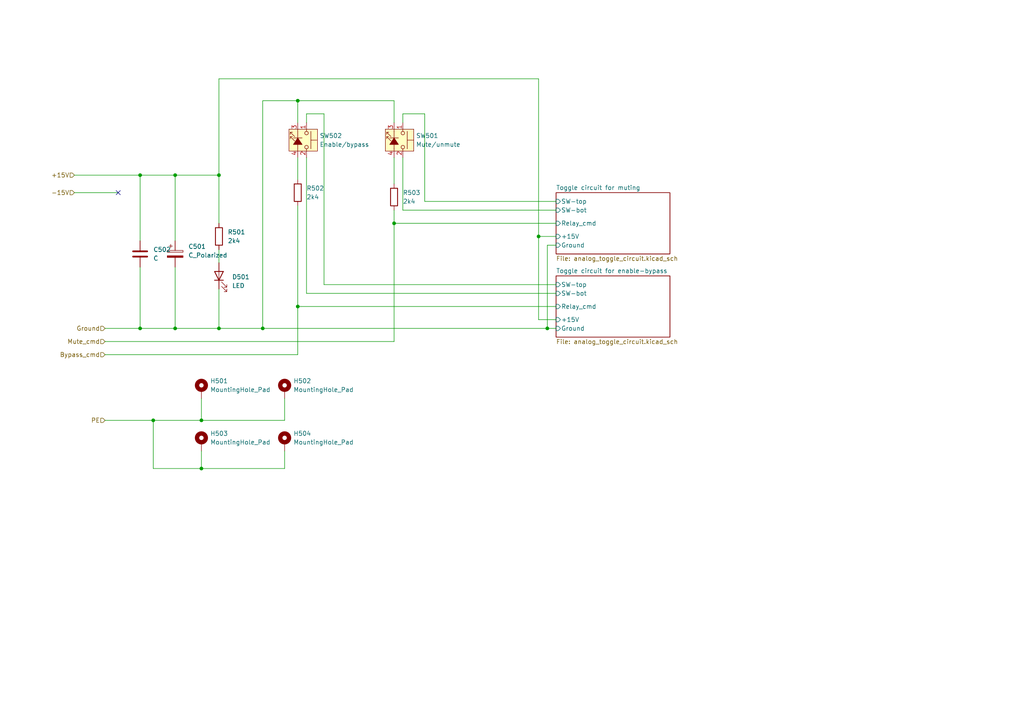
<source format=kicad_sch>
(kicad_sch (version 20231120) (generator "eeschema") (generator_version "8.0")
  (paper "A4")
  (lib_symbols
    (symbol "Device:C" (pin_numbers hide) (pin_names (offset 0.254))
      (property "Reference" "C" (at 0.635 2.54 0))
      (property "Value" "C" (at 0.635 -2.54 0))
      (symbol "C_0_1"
        (polyline (pts (xy -2.032 -0.762) (xy 2.032 -0.762)) (stroke (width 0.508)))
        (polyline (pts (xy -2.032 0.762) (xy 2.032 0.762)) (stroke (width 0.508)))
      )
      (symbol "C_1_1"
        (pin passive line (at 0 3.81 270) (length 2.794) (name "~") (number "1"))
        (pin passive line (at 0 -3.81 90) (length 2.794) (name "~") (number "2"))
      )
    )
    (symbol "Device:C_Polarized" (pin_numbers hide) (pin_names (offset 0.254))
      (property "Reference" "C" (at 0.635 2.54 0))
      (property "Value" "C_Polarized" (at 0.635 -2.54 0))
      (symbol "C_Polarized_0_1"
        (rectangle (start -2.286 0.508) (end 2.286 1.016))
        (polyline (pts (xy -1.778 2.286) (xy -0.762 2.286)))
        (polyline (pts (xy -1.27 2.794) (xy -1.27 1.778)))
        (rectangle (start 2.286 -0.508) (end -2.286 -1.016) (fill (type outline)))
      )
      (symbol "C_Polarized_1_1"
        (pin passive line (at 0 3.81 270) (length 2.794) (name "~") (number "1"))
        (pin passive line (at 0 -3.81 90) (length 2.794) (name "~") (number "2"))
      )
    )
    (symbol "Device:LED" (pin_numbers hide) (pin_names (offset 1.016) hide)
      (property "Reference" "D" (at 0 2.54 0))
      (property "Value" "LED" (at 0 -2.54 0))
      (symbol "LED_0_1"
        (polyline (pts (xy -1.27 -1.27) (xy -1.27 1.27)) (stroke (width 0.254)))
        (polyline (pts (xy -1.27 0) (xy 1.27 0)))
        (polyline (pts (xy 1.27 -1.27) (xy 1.27 1.27) (xy -1.27 0) (xy 1.27 -1.27)) (stroke (width 0.254)))
        (polyline (pts (xy -3.048 -0.762) (xy -4.572 -2.286) (xy -3.81 -2.286) (xy -4.572 -2.286) (xy -4.572 -1.524)))
        (polyline (pts (xy -1.778 -0.762) (xy -3.302 -2.286) (xy -2.54 -2.286) (xy -3.302 -2.286) (xy -3.302 -1.524)))
      )
      (symbol "LED_1_1"
        (pin passive line (at -3.81 0 0) (length 2.54) (name "K") (number "1"))
        (pin passive line (at 3.81 0 180) (length 2.54) (name "A") (number "2"))
      )
    )
    (symbol "Device:R" (pin_numbers hide) (pin_names (offset 0))
      (property "Reference" "R" (at 2.032 0 90))
      (property "Value" "R" (at 0 0 90))
      (symbol "R_0_1"
        (rectangle (start -1.016 -2.54) (end 1.016 2.54) (stroke (width 0.254)))
      )
      (symbol "R_1_1"
        (pin passive line (at 0 3.81 270) (length 1.27) (name "~") (number "1"))
        (pin passive line (at 0 -3.81 90) (length 1.27) (name "~") (number "2"))
      )
    )
    (symbol "Mechanical:MountingHole_Pad" (pin_numbers hide) (pin_names (offset 1.016) hide) (exclude_from_sim yes) (in_bom no)
      (property "Reference" "H" (at 0 6.35 0))
      (property "Value" "MountingHole_Pad" (at 0 4.445 0))
      (symbol "MountingHole_Pad_0_1"
        (circle (center 0 1.27) (radius 1.27) (stroke (width 1.27)))
      )
      (symbol "MountingHole_Pad_1_1"
        (pin input line (at 0 -2.54 90) (length 2.54) (name "1") (number "1"))
      )
    )
    (symbol "Switch:SW_Push_LED" (pin_names (offset 1.016) hide)
      (property "Reference" "SW" (at 0 7.62 0))
      (property "Value" "SW_Push_LED" (at 0 -3.81 0))
      (symbol "SW_Push_LED_0_0"
        (polyline (pts (xy -2.54 0) (xy 2.54 0)))
        (polyline (pts (xy -2.286 -2.159) (xy -1.016 -0.889)))
        (polyline (pts (xy -1.016 -2.159) (xy 0.254 -0.889)))
        (polyline (pts (xy -0.635 1.27) (xy -0.635 -1.27)))
        (polyline (pts (xy -2.286 -1.524) (xy -2.286 -2.159) (xy -1.651 -2.159)))
        (polyline (pts (xy -1.016 -1.524) (xy -1.016 -2.159) (xy -0.381 -2.159)))
        (polyline (pts (xy -0.635 0) (xy 1.27 1.27) (xy 1.27 -1.27) (xy -0.635 0)) (fill (type outline)))
      )
      (symbol "SW_Push_LED_0_1"
        (circle (center -2.032 2.54) (radius 0.508))
        (polyline (pts (xy 0 3.81) (xy 0 5.588)))
        (polyline (pts (xy 2.54 3.81) (xy -2.54 3.81)))
        (circle (center 2.032 2.54) (radius 0.508))
        (pin passive line (at -5.08 2.54 0) (length 2.54) (name "1") (number "1"))
        (pin passive line (at 5.08 2.54 180) (length 2.54) (name "2") (number "2"))
        (pin passive line (at -5.08 0 0) (length 2.54) (name "K") (number "3"))
        (pin passive line (at 5.08 0 180) (length 2.54) (name "A") (number "4"))
      )
      (symbol "SW_Push_LED_1_1"
        (rectangle (start -3.175 5.715) (end 3.175 -2.54) (fill (type background)))
      )
    )
  )
  (junction (at 76.2 95.25))
  (junction (at 86.36 29.21))
  (junction (at 158.75 95.25))
  (junction (at 40.64 50.8))
  (junction (at 50.8 50.8))
  (junction (at 50.8 95.25))
  (junction (at 40.64 95.25))
  (junction (at 86.36 88.9))
  (junction (at 58.42 121.92))
  (junction (at 114.3 64.77))
  (junction (at 58.42 135.89))
  (junction (at 63.5 50.8))
  (junction (at 156.21 68.58))
  (junction (at 63.5 95.25))
  (junction (at 44.45 121.92))
  (no_connect (at 34.29 55.88))
  (wire (pts (xy 161.29 58.42) (xy 123.19 58.42)))
  (wire (pts (xy 82.55 130.81) (xy 82.55 135.89)))
  (wire (pts (xy 82.55 115.57) (xy 82.55 121.92)))
  (wire (pts (xy 76.2 95.25) (xy 63.5 95.25)))
  (wire (pts (xy 93.98 33.02) (xy 88.9 33.02)))
  (wire (pts (xy 63.5 22.86) (xy 63.5 50.8)))
  (wire (pts (xy 50.8 50.8) (xy 50.8 69.85)))
  (wire (pts (xy 161.29 64.77) (xy 114.3 64.77)))
  (wire (pts (xy 123.19 58.42) (xy 123.19 33.02)))
  (wire (pts (xy 40.64 50.8) (xy 50.8 50.8)))
  (wire (pts (xy 156.21 68.58) (xy 161.29 68.58)))
  (wire (pts (xy 158.75 95.25) (xy 161.29 95.25)))
  (wire (pts (xy 114.3 35.56) (xy 114.3 29.21)))
  (wire (pts (xy 58.42 130.81) (xy 58.42 135.89)))
  (wire (pts (xy 76.2 29.21) (xy 76.2 95.25)))
  (wire (pts (xy 86.36 88.9) (xy 161.29 88.9)))
  (wire (pts (xy 86.36 45.72) (xy 86.36 52.07)))
  (wire (pts (xy 63.5 72.39) (xy 63.5 76.2)))
  (wire (pts (xy 21.59 55.88) (xy 34.29 55.88)))
  (wire (pts (xy 63.5 83.82) (xy 63.5 95.25)))
  (wire (pts (xy 86.36 88.9) (xy 86.36 102.87)))
  (wire (pts (xy 156.21 92.71) (xy 156.21 68.58)))
  (wire (pts (xy 114.3 45.72) (xy 114.3 53.34)))
  (wire (pts (xy 44.45 121.92) (xy 58.42 121.92)))
  (wire (pts (xy 44.45 135.89) (xy 44.45 121.92)))
  (wire (pts (xy 158.75 71.12) (xy 158.75 95.25)))
  (wire (pts (xy 30.48 95.25) (xy 40.64 95.25)))
  (wire (pts (xy 161.29 92.71) (xy 156.21 92.71)))
  (wire (pts (xy 116.84 45.72) (xy 116.84 60.96)))
  (wire (pts (xy 161.29 85.09) (xy 88.9 85.09)))
  (wire (pts (xy 88.9 33.02) (xy 88.9 35.56)))
  (wire (pts (xy 76.2 95.25) (xy 158.75 95.25)))
  (wire (pts (xy 58.42 135.89) (xy 44.45 135.89)))
  (wire (pts (xy 21.59 50.8) (xy 40.64 50.8)))
  (wire (pts (xy 86.36 59.69) (xy 86.36 88.9)))
  (wire (pts (xy 93.98 82.55) (xy 93.98 33.02)))
  (wire (pts (xy 156.21 68.58) (xy 156.21 22.86)))
  (wire (pts (xy 114.3 64.77) (xy 114.3 60.96)))
  (wire (pts (xy 40.64 95.25) (xy 50.8 95.25)))
  (wire (pts (xy 50.8 50.8) (xy 63.5 50.8)))
  (wire (pts (xy 50.8 77.47) (xy 50.8 95.25)))
  (wire (pts (xy 114.3 29.21) (xy 86.36 29.21)))
  (wire (pts (xy 40.64 77.47) (xy 40.64 95.25)))
  (wire (pts (xy 116.84 60.96) (xy 161.29 60.96)))
  (wire (pts (xy 114.3 64.77) (xy 114.3 99.06)))
  (wire (pts (xy 63.5 50.8) (xy 63.5 64.77)))
  (wire (pts (xy 86.36 35.56) (xy 86.36 29.21)))
  (wire (pts (xy 50.8 95.25) (xy 63.5 95.25)))
  (wire (pts (xy 30.48 121.92) (xy 44.45 121.92)))
  (wire (pts (xy 161.29 82.55) (xy 93.98 82.55)))
  (wire (pts (xy 30.48 102.87) (xy 86.36 102.87)))
  (wire (pts (xy 82.55 135.89) (xy 58.42 135.89)))
  (wire (pts (xy 82.55 121.92) (xy 58.42 121.92)))
  (wire (pts (xy 161.29 71.12) (xy 158.75 71.12)))
  (wire (pts (xy 58.42 121.92) (xy 58.42 115.57)))
  (wire (pts (xy 40.64 50.8) (xy 40.64 69.85)))
  (wire (pts (xy 123.19 33.02) (xy 116.84 33.02)))
  (wire (pts (xy 88.9 45.72) (xy 88.9 85.09)))
  (wire (pts (xy 156.21 22.86) (xy 63.5 22.86)))
  (wire (pts (xy 86.36 29.21) (xy 76.2 29.21)))
  (wire (pts (xy 116.84 33.02) (xy 116.84 35.56)))
  (wire (pts (xy 30.48 99.06) (xy 114.3 99.06)))
  (hierarchical_label "Bypass_cmd" (shape input) (at 30.48 102.87 180))
  (hierarchical_label "+15V" (shape input) (at 21.59 50.8 180))
  (hierarchical_label "PE" (shape input) (at 30.48 121.92 180))
  (hierarchical_label "Mute_cmd" (shape input) (at 30.48 99.06 180))
  (hierarchical_label "Ground" (shape input) (at 30.48 95.25 180))
  (hierarchical_label "-15V" (shape input) (at 21.59 55.88 180))
  (symbol (lib_id "Switch:SW_Push_LED") (at 86.36 40.64 270) (unit 1)
    (property "Reference" "SW502" (at 92.71 39.3699 90) (effects (justify left)))
    (property "Value" "Enable/bypass" (at 92.71 41.9099 90) (effects (justify left)))
    (property "Footprint" "Button_Switch_THT:SW_Push_2P1T_Toggle_CK_PVA1xxH1xxxxxxV2" (effects (hide yes)))
    (property "Description" "Push button switch with LED, generic" (effects (hide yes)))
  )
  (symbol (lib_id "Device:C_Polarized") (at 50.8 73.66 0) (unit 1)
    (property "Reference" "C501" (at 54.61 71.5009 0) (effects (justify left)))
    (property "Value" "C_Polarized" (at 54.61 74.0409 0) (effects (justify left)))
    (property "Footprint" "Capacitor_SMD:CP_Elec_6.3x5.8" (effects (hide yes)))
    (property "Description" "Polarized capacitor" (effects (hide yes)))
  )
  (symbol (lib_id "Mechanical:MountingHole_Pad") (at 82.55 128.27 0) (unit 1) (exclude_from_sim yes) (in_bom no)
    (property "Reference" "H504" (at 85.09 125.7299 0) (effects (justify left)))
    (property "Value" "MountingHole_Pad" (at 85.09 128.2699 0) (effects (justify left)))
    (property "Footprint" "MountingHole:MountingHole_4.3mm_M4_DIN965_Pad_TopBottom" (effects (hide yes)))
    (property "Description" "Mounting Hole with connection" (effects (hide yes)))
  )
  (symbol (lib_id "Device:LED") (at 63.5 80.01 90) (unit 1)
    (property "Reference" "D501" (at 67.31 80.3274 90) (effects (justify right)))
    (property "Value" "LED" (at 67.31 82.8674 90) (effects (justify right)))
    (property "Footprint" "LED_SMD:LED_1812_4532Metric" (effects (hide yes)))
    (property "Description" "Light emitting diode" (effects (hide yes)))
  )
  (symbol (lib_id "Device:R") (at 63.5 68.58 0) (unit 1)
    (property "Reference" "R501" (at 66.04 67.3099 0) (effects (justify left)))
    (property "Value" "2k4" (at 66.04 69.8499 0) (effects (justify left)))
    (property "Footprint" "Resistor_SMD:R_1206_3216Metric_Pad1.30x1.75mm_HandSolder" (effects (hide yes)))
    (property "Description" "Resistor" (effects (hide yes)))
  )
  (symbol (lib_id "Device:R") (at 114.3 57.15 0) (unit 1)
    (property "Reference" "R503" (at 116.84 55.8799 0) (effects (justify left)))
    (property "Value" "2k4" (at 116.84 58.4199 0) (effects (justify left)))
    (property "Footprint" "Resistor_SMD:R_1206_3216Metric_Pad1.30x1.75mm_HandSolder" (effects (hide yes)))
    (property "Description" "Resistor" (effects (hide yes)))
  )
  (symbol (lib_id "Switch:SW_Push_LED") (at 114.3 40.64 270) (unit 1)
    (property "Reference" "SW501" (at 120.65 39.3699 90) (effects (justify left)))
    (property "Value" "Mute/unmute" (at 120.65 41.9099 90) (effects (justify left)))
    (property "Footprint" "Button_Switch_THT:SW_Push_2P1T_Toggle_CK_PVA1xxH1xxxxxxV2" (effects (hide yes)))
    (property "Description" "Push button switch with LED, generic" (effects (hide yes)))
  )
  (symbol (lib_id "Device:R") (at 86.36 55.88 0) (unit 1)
    (property "Reference" "R502" (at 88.9 54.6099 0) (effects (justify left)))
    (property "Value" "2k4" (at 88.9 57.1499 0) (effects (justify left)))
    (property "Footprint" "Resistor_SMD:R_1206_3216Metric_Pad1.30x1.75mm_HandSolder" (effects (hide yes)))
    (property "Description" "Resistor" (effects (hide yes)))
  )
  (symbol (lib_id "Mechanical:MountingHole_Pad") (at 58.42 128.27 0) (unit 1) (exclude_from_sim yes) (in_bom no)
    (property "Reference" "H503" (at 60.96 125.7299 0) (effects (justify left)))
    (property "Value" "MountingHole_Pad" (at 60.96 128.2699 0) (effects (justify left)))
    (property "Footprint" "MountingHole:MountingHole_4.3mm_M4_DIN965_Pad_TopBottom" (effects (hide yes)))
    (property "Description" "Mounting Hole with connection" (effects (hide yes)))
  )
  (symbol (lib_id "Mechanical:MountingHole_Pad") (at 82.55 113.03 0) (unit 1) (exclude_from_sim yes) (in_bom no)
    (property "Reference" "H502" (at 85.09 110.4899 0) (effects (justify left)))
    (property "Value" "MountingHole_Pad" (at 85.09 113.0299 0) (effects (justify left)))
    (property "Footprint" "MountingHole:MountingHole_4.3mm_M4_DIN965_Pad_TopBottom" (effects (hide yes)))
    (property "Description" "Mounting Hole with connection" (effects (hide yes)))
  )
  (symbol (lib_id "Mechanical:MountingHole_Pad") (at 58.42 113.03 0) (unit 1) (exclude_from_sim yes) (in_bom no)
    (property "Reference" "H501" (at 60.96 110.4899 0) (effects (justify left)))
    (property "Value" "MountingHole_Pad" (at 60.96 113.0299 0) (effects (justify left)))
    (property "Footprint" "MountingHole:MountingHole_4.3mm_M4_DIN965_Pad_TopBottom" (effects (hide yes)))
    (property "Description" "Mounting Hole with connection" (effects (hide yes)))
  )
  (symbol (lib_id "Device:C") (at 40.64 73.66 0) (unit 1)
    (property "Reference" "C502" (at 44.45 72.3899 0) (effects (justify left)))
    (property "Value" "C" (at 44.45 74.9299 0) (effects (justify left)))
    (property "Footprint" "Capacitor_SMD:C_1206_3216Metric_Pad1.33x1.80mm_HandSolder" (effects (hide yes)))
    (property "Description" "Unpolarized capacitor" (effects (hide yes)))
  )
  (sheet (at 161.29 55.88) (size 33.02 17.78) (stroke (width 0.1524))
    (property "Sheetname" "Toggle circuit for muting" (at 161.29 55.1684 0) (effects (justify left bottom)))
    (property "Sheetfile" "analog_toggle_circuit.kicad_sch" (at 161.29 74.2446 0) (effects (justify left top)))
    (pin "SW-bot" input (at 161.29 60.96 180))
    (pin "SW-top" input (at 161.29 58.42 180))
    (pin "Relay_cmd" input (at 161.29 64.77 180))
    (pin "Ground" input (at 161.29 71.12 180))
    (pin "+15V" input (at 161.29 68.58 180))
  )
  (sheet (at 161.29 80.01) (size 33.02 17.78) (stroke (width 0.1524))
    (property "Sheetname" "Toggle circuit for enable-bypass" (at 161.29 79.2984 0) (effects (justify left bottom)))
    (property "Sheetfile" "analog_toggle_circuit.kicad_sch" (at 161.29 98.3746 0) (effects (justify left top)))
    (pin "SW-bot" input (at 161.29 85.09 180))
    (pin "SW-top" input (at 161.29 82.55 180))
    (pin "Relay_cmd" input (at 161.29 88.9 180))
    (pin "Ground" input (at 161.29 95.25 180))
    (pin "+15V" input (at 161.29 92.71 180))
  )
)
</source>
